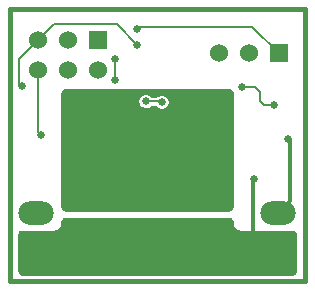
<source format=gbl>
G04 (created by PCBNEW (2013-01-08 BZR 3894)-testing) date Sun 13 Jan 2013 08:50:01 AM CET*
%MOIN*%
G04 Gerber Fmt 3.4, Leading zero omitted, Abs format*
%FSLAX34Y34*%
G01*
G70*
G90*
G04 APERTURE LIST*
%ADD10C,3.14961e-06*%
%ADD11C,0.015*%
%ADD12R,0.06X0.06*%
%ADD13C,0.06*%
%ADD14R,0.11811X0.0787402*%
%ADD15O,0.11811X0.0787402*%
%ADD16C,0.025*%
%ADD17C,0.008*%
%ADD18C,0.012*%
%ADD19C,0.00984252*%
G04 APERTURE END LIST*
G54D10*
G54D11*
X29921Y-13779D02*
X29921Y-22834D01*
X39763Y-22834D02*
X39763Y-13779D01*
X39763Y-13779D02*
X29921Y-13779D01*
X39763Y-22834D02*
X29921Y-22834D01*
G54D12*
X38893Y-15255D03*
G54D13*
X37893Y-15255D03*
X36893Y-15255D03*
G54D14*
X38877Y-21562D03*
G54D15*
X38877Y-20562D03*
G54D14*
X30787Y-21562D03*
G54D15*
X30787Y-20562D03*
G54D12*
X32870Y-14795D03*
G54D13*
X32870Y-15795D03*
X31870Y-14795D03*
X31870Y-15795D03*
X30870Y-14795D03*
X30870Y-15795D03*
G54D16*
X33444Y-15452D03*
X33444Y-16141D03*
X34173Y-14429D03*
X30314Y-16338D03*
X34173Y-14960D03*
X34980Y-16870D03*
X34448Y-16850D03*
X38051Y-19448D03*
X32874Y-20177D03*
X32874Y-19783D03*
X33267Y-19783D03*
X33267Y-20177D03*
X33661Y-20177D03*
X33661Y-19783D03*
X34055Y-19783D03*
X34055Y-20177D03*
X34448Y-20177D03*
X34448Y-19783D03*
X34842Y-19783D03*
X34842Y-20177D03*
X30964Y-17972D03*
X39192Y-18090D03*
X37657Y-16378D03*
X38720Y-16988D03*
G54D17*
X33444Y-16141D02*
X33444Y-15452D01*
X38007Y-14370D02*
X38893Y-15255D01*
X34232Y-14370D02*
X38007Y-14370D01*
X34173Y-14429D02*
X34232Y-14370D01*
X30314Y-16338D02*
X30236Y-16259D01*
X30236Y-16259D02*
X30236Y-15429D01*
X30236Y-15429D02*
X30870Y-14795D01*
X30870Y-14795D02*
X30877Y-14795D01*
X30877Y-14795D02*
X31401Y-14271D01*
X31401Y-14271D02*
X33484Y-14271D01*
X33484Y-14271D02*
X34173Y-14960D01*
X34980Y-16870D02*
X34960Y-16850D01*
X34960Y-16850D02*
X34448Y-16850D01*
G54D18*
X38051Y-19448D02*
X38031Y-19468D01*
X38031Y-19468D02*
X38031Y-21377D01*
X38031Y-21377D02*
X38216Y-21562D01*
X38216Y-21562D02*
X38877Y-21562D01*
G54D17*
X32874Y-19783D02*
X32874Y-20177D01*
X33267Y-20177D02*
X33267Y-19783D01*
X33661Y-19783D02*
X33661Y-20177D01*
X34055Y-20177D02*
X34055Y-19783D01*
X34448Y-19783D02*
X34448Y-20177D01*
X34842Y-20177D02*
X34842Y-19783D01*
X30870Y-15795D02*
X30870Y-17877D01*
X30870Y-17877D02*
X30964Y-17972D01*
X30870Y-15795D02*
X30964Y-15889D01*
G54D18*
X39251Y-18149D02*
X39192Y-18090D01*
X39251Y-18149D02*
X39251Y-20188D01*
X38877Y-20562D02*
X39251Y-20188D01*
G54D17*
X38405Y-16988D02*
X38720Y-16988D01*
X38248Y-16830D02*
X38405Y-16988D01*
X38248Y-16535D02*
X38248Y-16830D01*
X38091Y-16378D02*
X38248Y-16535D01*
X38091Y-16378D02*
X37657Y-16378D01*
G54D19*
X31813Y-16466D02*
X37182Y-16466D01*
X31681Y-16544D02*
X37314Y-16544D01*
X31663Y-16623D02*
X34297Y-16623D01*
X34599Y-16623D02*
X34863Y-16623D01*
X35097Y-16623D02*
X37332Y-16623D01*
X31663Y-16701D02*
X34220Y-16701D01*
X35195Y-16701D02*
X37332Y-16701D01*
X31663Y-16780D02*
X34184Y-16780D01*
X35238Y-16780D02*
X37332Y-16780D01*
X31663Y-16858D02*
X34176Y-16858D01*
X35252Y-16858D02*
X35252Y-16858D01*
X35252Y-16858D02*
X37332Y-16858D01*
X31663Y-16937D02*
X34189Y-16937D01*
X35244Y-16937D02*
X35252Y-16937D01*
X35252Y-16937D02*
X37332Y-16937D01*
X31663Y-17015D02*
X34230Y-17015D01*
X35211Y-17015D02*
X35252Y-17015D01*
X35252Y-17015D02*
X37332Y-17015D01*
X31663Y-17093D02*
X34325Y-17093D01*
X34573Y-17093D02*
X34824Y-17093D01*
X35136Y-17093D02*
X35252Y-17093D01*
X35252Y-17093D02*
X37332Y-17093D01*
X31663Y-17172D02*
X35252Y-17172D01*
X35252Y-17172D02*
X37332Y-17172D01*
X31663Y-17250D02*
X35252Y-17250D01*
X35252Y-17250D02*
X37332Y-17250D01*
X31663Y-17329D02*
X35252Y-17329D01*
X35252Y-17329D02*
X37332Y-17329D01*
X31663Y-17407D02*
X35252Y-17407D01*
X35252Y-17407D02*
X37332Y-17407D01*
X31663Y-17486D02*
X35252Y-17486D01*
X35252Y-17486D02*
X37332Y-17486D01*
X31663Y-17564D02*
X35252Y-17564D01*
X35252Y-17564D02*
X37332Y-17564D01*
X31663Y-17642D02*
X35252Y-17642D01*
X35252Y-17642D02*
X37332Y-17642D01*
X31663Y-17721D02*
X35252Y-17721D01*
X35252Y-17721D02*
X37332Y-17721D01*
X31663Y-17799D02*
X35252Y-17799D01*
X35252Y-17799D02*
X37332Y-17799D01*
X31663Y-17878D02*
X35252Y-17878D01*
X35252Y-17878D02*
X37332Y-17878D01*
X31663Y-17956D02*
X35252Y-17956D01*
X35252Y-17956D02*
X37332Y-17956D01*
X31663Y-18035D02*
X35252Y-18035D01*
X35252Y-18035D02*
X37332Y-18035D01*
X31663Y-18113D02*
X35252Y-18113D01*
X35252Y-18113D02*
X37332Y-18113D01*
X31663Y-18191D02*
X35252Y-18191D01*
X35252Y-18191D02*
X37332Y-18191D01*
X31663Y-18270D02*
X35252Y-18270D01*
X35252Y-18270D02*
X37332Y-18270D01*
X31663Y-18348D02*
X35252Y-18348D01*
X35252Y-18348D02*
X37332Y-18348D01*
X31663Y-18427D02*
X35252Y-18427D01*
X35252Y-18427D02*
X37332Y-18427D01*
X31663Y-18505D02*
X35252Y-18505D01*
X35252Y-18505D02*
X37332Y-18505D01*
X31663Y-18584D02*
X35252Y-18584D01*
X35252Y-18584D02*
X37332Y-18584D01*
X31663Y-18662D02*
X35252Y-18662D01*
X35252Y-18662D02*
X37332Y-18662D01*
X31663Y-18740D02*
X35252Y-18740D01*
X35252Y-18740D02*
X37332Y-18740D01*
X31663Y-18819D02*
X35252Y-18819D01*
X35252Y-18819D02*
X37332Y-18819D01*
X31663Y-18897D02*
X35252Y-18897D01*
X35252Y-18897D02*
X37332Y-18897D01*
X31663Y-18976D02*
X35252Y-18976D01*
X35252Y-18976D02*
X37332Y-18976D01*
X31663Y-19054D02*
X35252Y-19054D01*
X35252Y-19054D02*
X37332Y-19054D01*
X31663Y-19132D02*
X35252Y-19132D01*
X35252Y-19132D02*
X37332Y-19132D01*
X31663Y-19211D02*
X35252Y-19211D01*
X35252Y-19211D02*
X37332Y-19211D01*
X31663Y-19289D02*
X35252Y-19289D01*
X35252Y-19289D02*
X37332Y-19289D01*
X31663Y-19368D02*
X35252Y-19368D01*
X35252Y-19368D02*
X37332Y-19368D01*
X31663Y-19446D02*
X35252Y-19446D01*
X35252Y-19446D02*
X37332Y-19446D01*
X31663Y-19525D02*
X35252Y-19525D01*
X35252Y-19525D02*
X37332Y-19525D01*
X31663Y-19603D02*
X35252Y-19603D01*
X35252Y-19603D02*
X37332Y-19603D01*
X31663Y-19681D02*
X35252Y-19681D01*
X35252Y-19681D02*
X37332Y-19681D01*
X31663Y-19760D02*
X35252Y-19760D01*
X35252Y-19760D02*
X37332Y-19760D01*
X31663Y-19838D02*
X35252Y-19838D01*
X35252Y-19838D02*
X37332Y-19838D01*
X31663Y-19917D02*
X35252Y-19917D01*
X35252Y-19917D02*
X37332Y-19917D01*
X31663Y-19995D02*
X35252Y-19995D01*
X35252Y-19995D02*
X37332Y-19995D01*
X31663Y-20074D02*
X35252Y-20074D01*
X35252Y-20074D02*
X37332Y-20074D01*
X31663Y-20152D02*
X35252Y-20152D01*
X35252Y-20152D02*
X37332Y-20152D01*
X31663Y-20230D02*
X35252Y-20230D01*
X35252Y-20230D02*
X37332Y-20230D01*
X31663Y-20309D02*
X35252Y-20309D01*
X35252Y-20309D02*
X37332Y-20309D01*
X31683Y-20387D02*
X35252Y-20387D01*
X35252Y-20387D02*
X37312Y-20387D01*
X37332Y-20312D02*
X37329Y-20343D01*
X37321Y-20371D01*
X37307Y-20396D01*
X37289Y-20419D01*
X37266Y-20437D01*
X37241Y-20451D01*
X37213Y-20459D01*
X37182Y-20462D01*
X35252Y-20462D01*
X35252Y-16843D01*
X35242Y-16790D01*
X35222Y-16741D01*
X35192Y-16696D01*
X35154Y-16658D01*
X35110Y-16629D01*
X35061Y-16608D01*
X35008Y-16597D01*
X34955Y-16597D01*
X34902Y-16607D01*
X34853Y-16627D01*
X34808Y-16656D01*
X34802Y-16662D01*
X34646Y-16662D01*
X34623Y-16639D01*
X34579Y-16609D01*
X34529Y-16588D01*
X34477Y-16577D01*
X34423Y-16577D01*
X34371Y-16587D01*
X34321Y-16607D01*
X34277Y-16636D01*
X34238Y-16674D01*
X34208Y-16718D01*
X34187Y-16767D01*
X34176Y-16819D01*
X34175Y-16873D01*
X34185Y-16925D01*
X34205Y-16975D01*
X34234Y-17020D01*
X34271Y-17059D01*
X34315Y-17089D01*
X34364Y-17110D01*
X34416Y-17122D01*
X34469Y-17123D01*
X34522Y-17114D01*
X34572Y-17094D01*
X34617Y-17066D01*
X34647Y-17038D01*
X34764Y-17038D01*
X34765Y-17040D01*
X34802Y-17078D01*
X34846Y-17109D01*
X34895Y-17130D01*
X34947Y-17142D01*
X35001Y-17143D01*
X35053Y-17133D01*
X35103Y-17114D01*
X35148Y-17085D01*
X35187Y-17049D01*
X35218Y-17005D01*
X35240Y-16956D01*
X35252Y-16904D01*
X35252Y-16843D01*
X35252Y-20462D01*
X31813Y-20462D01*
X31782Y-20459D01*
X31754Y-20451D01*
X31729Y-20437D01*
X31706Y-20419D01*
X31688Y-20396D01*
X31674Y-20371D01*
X31666Y-20343D01*
X31663Y-20312D01*
X31663Y-16616D01*
X31666Y-16585D01*
X31674Y-16557D01*
X31688Y-16532D01*
X31706Y-16509D01*
X31729Y-16491D01*
X31754Y-16477D01*
X31782Y-16469D01*
X31813Y-16466D01*
X37182Y-16466D01*
X37213Y-16469D01*
X37241Y-16477D01*
X37266Y-16491D01*
X37289Y-16509D01*
X37307Y-16532D01*
X37321Y-16557D01*
X37329Y-16585D01*
X37332Y-16616D01*
X37332Y-20312D01*
X31813Y-20757D02*
X37182Y-20757D01*
X31681Y-20836D02*
X37314Y-20836D01*
X31663Y-20914D02*
X37332Y-20914D01*
X31658Y-20993D02*
X37337Y-20993D01*
X31627Y-21071D02*
X37368Y-21071D01*
X31553Y-21150D02*
X37442Y-21150D01*
X30277Y-21228D02*
X39388Y-21228D01*
X30230Y-21306D02*
X39435Y-21306D01*
X30226Y-21385D02*
X39438Y-21385D01*
X30226Y-21463D02*
X39438Y-21463D01*
X30226Y-21542D02*
X39438Y-21542D01*
X30226Y-21620D02*
X39438Y-21620D01*
X30226Y-21698D02*
X39438Y-21698D01*
X30226Y-21777D02*
X39438Y-21777D01*
X30226Y-21855D02*
X39438Y-21855D01*
X30226Y-21934D02*
X39438Y-21934D01*
X30226Y-22012D02*
X39438Y-22012D01*
X30226Y-22091D02*
X39438Y-22091D01*
X30226Y-22169D02*
X39438Y-22169D01*
X30226Y-22247D02*
X39438Y-22247D01*
X30226Y-22326D02*
X39438Y-22326D01*
X30226Y-22404D02*
X39438Y-22404D01*
X30228Y-22483D02*
X39436Y-22483D01*
X30267Y-22561D02*
X39398Y-22561D01*
X39438Y-22458D02*
X39435Y-22489D01*
X39427Y-22517D01*
X39413Y-22542D01*
X39395Y-22564D01*
X39373Y-22583D01*
X39347Y-22596D01*
X39320Y-22605D01*
X39288Y-22608D01*
X30376Y-22608D01*
X30345Y-22605D01*
X30317Y-22596D01*
X30292Y-22583D01*
X30269Y-22564D01*
X30251Y-22542D01*
X30237Y-22517D01*
X30229Y-22489D01*
X30226Y-22458D01*
X30226Y-21341D01*
X30229Y-21309D01*
X30237Y-21282D01*
X30251Y-21256D01*
X30269Y-21234D01*
X30292Y-21216D01*
X30317Y-21202D01*
X30345Y-21194D01*
X30376Y-21190D01*
X31419Y-21190D01*
X31465Y-21186D01*
X31511Y-21172D01*
X31554Y-21149D01*
X31591Y-21119D01*
X31622Y-21081D01*
X31644Y-21039D01*
X31658Y-20992D01*
X31663Y-20947D01*
X31663Y-20907D01*
X31666Y-20876D01*
X31674Y-20849D01*
X31688Y-20823D01*
X31706Y-20801D01*
X31729Y-20782D01*
X31754Y-20769D01*
X31782Y-20760D01*
X31813Y-20757D01*
X37182Y-20757D01*
X37213Y-20760D01*
X37241Y-20769D01*
X37266Y-20782D01*
X37289Y-20801D01*
X37307Y-20823D01*
X37321Y-20849D01*
X37329Y-20876D01*
X37332Y-20907D01*
X37332Y-20947D01*
X37337Y-20992D01*
X37351Y-21039D01*
X37373Y-21081D01*
X37404Y-21119D01*
X37441Y-21149D01*
X37484Y-21172D01*
X37530Y-21186D01*
X37576Y-21190D01*
X39288Y-21190D01*
X39320Y-21194D01*
X39347Y-21202D01*
X39373Y-21216D01*
X39395Y-21234D01*
X39413Y-21256D01*
X39427Y-21282D01*
X39435Y-21309D01*
X39438Y-21341D01*
X39438Y-22458D01*
M02*

</source>
